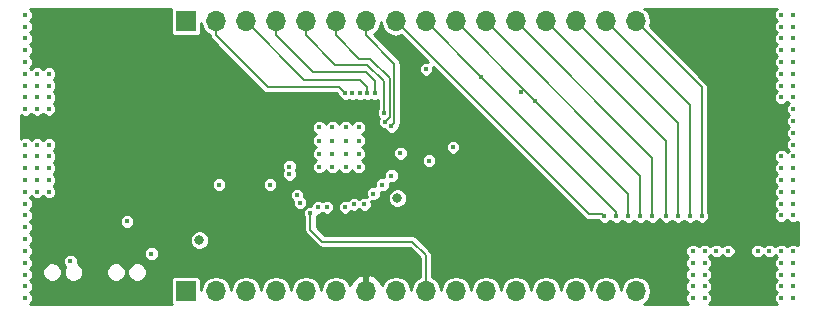
<source format=gbr>
G04 #@! TF.FileFunction,Copper,L3,Inr,Signal*
%FSLAX46Y46*%
G04 Gerber Fmt 4.6, Leading zero omitted, Abs format (unit mm)*
G04 Created by KiCad (PCBNEW 4.0.5) date 02/16/17 10:34:01*
%MOMM*%
%LPD*%
G01*
G04 APERTURE LIST*
%ADD10C,0.100000*%
%ADD11C,0.400000*%
%ADD12R,1.700000X1.700000*%
%ADD13O,1.700000X1.700000*%
%ADD14C,0.800000*%
%ADD15C,0.200000*%
%ADD16C,0.254000*%
G04 APERTURE END LIST*
D10*
D11*
X87500000Y-85000000D03*
X87500000Y-86000000D03*
X87500000Y-99000000D03*
X87500000Y-100000000D03*
X151500000Y-98000000D03*
X152500000Y-99000000D03*
X152500000Y-98000000D03*
X152500000Y-97000000D03*
X149500000Y-102000000D03*
X151500000Y-102000000D03*
X151500000Y-104000000D03*
X150500000Y-102000000D03*
X87500000Y-98000000D03*
X89500000Y-97000000D03*
X88500000Y-87000000D03*
X87500000Y-87000000D03*
X88500000Y-88000000D03*
X89500000Y-88000000D03*
X88500000Y-96000000D03*
X89500000Y-96000000D03*
X144000000Y-103000000D03*
X145000000Y-106000000D03*
X144000000Y-106000000D03*
X147000000Y-102000000D03*
X152500000Y-102000000D03*
X146000000Y-102000000D03*
X145000000Y-104000000D03*
X151500000Y-105000000D03*
X88500000Y-97000000D03*
X87500000Y-97000000D03*
X87500000Y-88000000D03*
X89500000Y-87000000D03*
X152500000Y-105000000D03*
X145000000Y-103000000D03*
X145000000Y-105000000D03*
X151500000Y-106000000D03*
X144000000Y-105000000D03*
X144000000Y-104000000D03*
X152500000Y-103000000D03*
X152500000Y-104000000D03*
X144000000Y-102000000D03*
X152500000Y-106000000D03*
X151500000Y-97000000D03*
X151500000Y-96000000D03*
X145000000Y-102000000D03*
X151500000Y-103000000D03*
X151500000Y-99000000D03*
X88500000Y-90000000D03*
X89500000Y-90000000D03*
X88500000Y-94000000D03*
X89500000Y-94000000D03*
X87500000Y-103000000D03*
X87500000Y-104000000D03*
X87500000Y-102000000D03*
X87500000Y-101000000D03*
X87500000Y-94000000D03*
X89500000Y-93000000D03*
X88500000Y-93000000D03*
X87500000Y-93000000D03*
X89500000Y-89000000D03*
X87500000Y-90000000D03*
X87500000Y-95000000D03*
X88500000Y-95000000D03*
X87500000Y-105000000D03*
X87500000Y-106000000D03*
X87500000Y-96000000D03*
X89500000Y-95000000D03*
X88500000Y-89000000D03*
X87500000Y-89000000D03*
X152500000Y-89000000D03*
X151500000Y-89000000D03*
X152500000Y-86000000D03*
X151500000Y-86000000D03*
X151500000Y-82000000D03*
X152500000Y-82000000D03*
X152500000Y-84000000D03*
X151500000Y-85000000D03*
X152500000Y-85000000D03*
X151500000Y-87000000D03*
X152500000Y-83000000D03*
X151500000Y-83000000D03*
X151500000Y-88000000D03*
X152500000Y-88000000D03*
X152500000Y-90000000D03*
X152500000Y-87000000D03*
X151500000Y-84000000D03*
X152500000Y-93000000D03*
X151500000Y-94000000D03*
X152500000Y-94000000D03*
X152500000Y-92000000D03*
X152500000Y-91000000D03*
X152500000Y-95000000D03*
X151500000Y-95000000D03*
X87500000Y-84000000D03*
X152500000Y-96000000D03*
X87500000Y-83000000D03*
D12*
X101092000Y-82550000D03*
D13*
X103632000Y-82550000D03*
X106172000Y-82550000D03*
X108712000Y-82550000D03*
X111252000Y-82550000D03*
X113792000Y-82550000D03*
X116332000Y-82550000D03*
X118872000Y-82550000D03*
X121412000Y-82550000D03*
X123952000Y-82550000D03*
X126492000Y-82550000D03*
X129032000Y-82550000D03*
X131572000Y-82550000D03*
X134112000Y-82550000D03*
X136652000Y-82550000D03*
X139192000Y-82550000D03*
D12*
X101092000Y-105410000D03*
D13*
X103632000Y-105410000D03*
X106172000Y-105410000D03*
X108712000Y-105410000D03*
X111252000Y-105410000D03*
X113792000Y-105410000D03*
X116332000Y-105410000D03*
X118872000Y-105410000D03*
X121412000Y-105410000D03*
X123952000Y-105410000D03*
X126492000Y-105410000D03*
X129032000Y-105410000D03*
X131572000Y-105410000D03*
X134112000Y-105410000D03*
X136652000Y-105410000D03*
X139192000Y-105410000D03*
D11*
X87500000Y-82000000D03*
X115714750Y-94886750D03*
X114602250Y-94886750D03*
X113489750Y-94886750D03*
X112377250Y-94886750D03*
X115714750Y-93774250D03*
X114602250Y-93774250D03*
X113489750Y-93774250D03*
X112377250Y-93774250D03*
X115714750Y-92661750D03*
X114602250Y-92661750D03*
X113489750Y-92661750D03*
X112377250Y-92661750D03*
X115714750Y-91549250D03*
X114602250Y-91549250D03*
X113489750Y-91549250D03*
X112377250Y-91549250D03*
X111633000Y-98806000D03*
X119380000Y-86614000D03*
X97663000Y-95250000D03*
X95885000Y-95250000D03*
X94107000Y-95250000D03*
X92329000Y-95250000D03*
X99441000Y-86614000D03*
X101600000Y-88900000D03*
X112268000Y-88900000D03*
X113792000Y-88900000D03*
X94260000Y-99500000D03*
X88860000Y-99500000D03*
X91313000Y-102870000D03*
X98171000Y-102235000D03*
X116967000Y-97155000D03*
X96100000Y-99500000D03*
D14*
X118999000Y-97536000D03*
X102235000Y-101092000D03*
D11*
X115824000Y-88646000D03*
X115189000Y-88646000D03*
X109855000Y-94869000D03*
X109855000Y-95504000D03*
X103886000Y-96393000D03*
X108204000Y-96393000D03*
X110490000Y-97282000D03*
X144780000Y-99060000D03*
X110744000Y-97917000D03*
X143764000Y-99060000D03*
X112268000Y-98298000D03*
X142748000Y-99060000D03*
X113030000Y-98298000D03*
X141732000Y-99060000D03*
X114554000Y-98298000D03*
X140589000Y-99060000D03*
X115316000Y-98044000D03*
X139573000Y-99060000D03*
X116205000Y-98044000D03*
X119253000Y-93726000D03*
X123698000Y-93218000D03*
X121412000Y-86614000D03*
X116459000Y-88646000D03*
X114554000Y-88646000D03*
X129421705Y-88585405D03*
X117094000Y-88646000D03*
X117856000Y-90297000D03*
X117983000Y-91059000D03*
X118491000Y-91440000D03*
X136525000Y-99060000D03*
X121666000Y-94361000D03*
X126111000Y-87249000D03*
X137541000Y-99060000D03*
X118491000Y-95631000D03*
X117729000Y-96393000D03*
X130683000Y-89281000D03*
X138557000Y-99060000D03*
D15*
X112649000Y-101219000D02*
X111633000Y-100203000D01*
X111633000Y-100203000D02*
X111633000Y-98806000D01*
X120269000Y-101219000D02*
X112649000Y-101219000D01*
X121412000Y-102362000D02*
X120269000Y-101219000D01*
X121412000Y-105410000D02*
X121412000Y-102362000D01*
X108712000Y-105410000D02*
X108712000Y-104775000D01*
X144780000Y-99060000D02*
X144780000Y-88138000D01*
X144780000Y-88138000D02*
X139192000Y-82550000D01*
X143764000Y-99060000D02*
X143764000Y-89662000D01*
X143764000Y-89662000D02*
X136652000Y-82550000D01*
X142748000Y-99060000D02*
X142748000Y-91186000D01*
X142748000Y-91186000D02*
X134112000Y-82550000D01*
X141732000Y-99060000D02*
X141732000Y-92710000D01*
X141732000Y-92710000D02*
X131572000Y-82550000D01*
X140589000Y-99060000D02*
X140589000Y-94107000D01*
X140589000Y-94107000D02*
X129032000Y-82550000D01*
X139573000Y-99060000D02*
X139573000Y-95631000D01*
X139573000Y-95631000D02*
X126492000Y-82550000D01*
X115824000Y-87503000D02*
X116459000Y-88138000D01*
X116459000Y-88138000D02*
X116459000Y-88646000D01*
X111125000Y-87503000D02*
X115824000Y-87503000D01*
X106172000Y-82550000D02*
X111125000Y-87503000D01*
X108017919Y-88138000D02*
X114046000Y-88138000D01*
X114046000Y-88138000D02*
X114554000Y-88646000D01*
X103632000Y-82550000D02*
X103632000Y-83752081D01*
X103632000Y-83752081D02*
X108017919Y-88138000D01*
X116332000Y-86868000D02*
X117094000Y-87630000D01*
X117094000Y-87630000D02*
X117094000Y-88646000D01*
X111827919Y-86868000D02*
X116332000Y-86868000D01*
X108712000Y-82550000D02*
X108712000Y-83752081D01*
X108712000Y-83752081D02*
X111827919Y-86868000D01*
X116459000Y-86233000D02*
X117856000Y-87630000D01*
X117856000Y-87630000D02*
X117856000Y-90297000D01*
X113732919Y-86233000D02*
X116459000Y-86233000D01*
X111252000Y-82550000D02*
X111252000Y-83752081D01*
X111252000Y-83752081D02*
X113732919Y-86233000D01*
X118364000Y-87376000D02*
X118364000Y-90678000D01*
X118364000Y-90678000D02*
X117983000Y-91059000D01*
X116713000Y-85725000D02*
X118364000Y-87376000D01*
X115764919Y-85725000D02*
X116713000Y-85725000D01*
X113792000Y-82550000D02*
X113792000Y-83752081D01*
X113792000Y-83752081D02*
X115764919Y-85725000D01*
X118745000Y-86165081D02*
X118745000Y-91186000D01*
X118745000Y-91186000D02*
X118491000Y-91440000D01*
X116332000Y-82550000D02*
X116332000Y-83752081D01*
X116332000Y-83752081D02*
X118745000Y-86165081D01*
X136525000Y-99060000D02*
X136325001Y-98860001D01*
X136325001Y-98860001D02*
X135182001Y-98860001D01*
X135182001Y-98860001D02*
X119721999Y-83399999D01*
X119721999Y-83399999D02*
X118872000Y-82550000D01*
X137541000Y-98679000D02*
X126111000Y-87249000D01*
X126111000Y-87249000D02*
X121412000Y-82550000D01*
X137541000Y-99060000D02*
X137541000Y-98679000D01*
X138557000Y-97155000D02*
X130683000Y-89281000D01*
X130683000Y-89281000D02*
X123952000Y-82550000D01*
X138557000Y-99060000D02*
X138557000Y-97155000D01*
D16*
G36*
X99840936Y-81530619D02*
X99806635Y-81700000D01*
X99806635Y-83400000D01*
X99836409Y-83558237D01*
X99929927Y-83703567D01*
X100072619Y-83801064D01*
X100242000Y-83835365D01*
X101942000Y-83835365D01*
X102100237Y-83805591D01*
X102245567Y-83712073D01*
X102343064Y-83569381D01*
X102377365Y-83400000D01*
X102377365Y-82687454D01*
X102452206Y-83063705D01*
X102729025Y-83477993D01*
X103105000Y-83729212D01*
X103105000Y-83752081D01*
X103145115Y-83953756D01*
X103259355Y-84124726D01*
X107645274Y-88510645D01*
X107816244Y-88624885D01*
X108017919Y-88665000D01*
X113827710Y-88665000D01*
X113926896Y-88764187D01*
X113926891Y-88770171D01*
X114022145Y-89000703D01*
X114198369Y-89177235D01*
X114428735Y-89272891D01*
X114678171Y-89273109D01*
X114871692Y-89193148D01*
X115063735Y-89272891D01*
X115313171Y-89273109D01*
X115506692Y-89193148D01*
X115698735Y-89272891D01*
X115948171Y-89273109D01*
X116141692Y-89193148D01*
X116333735Y-89272891D01*
X116583171Y-89273109D01*
X116776692Y-89193148D01*
X116968735Y-89272891D01*
X117218171Y-89273109D01*
X117329000Y-89227315D01*
X117329000Y-89937141D01*
X117324765Y-89941369D01*
X117229109Y-90171735D01*
X117228891Y-90421171D01*
X117324145Y-90651703D01*
X117429426Y-90757168D01*
X117356109Y-90933735D01*
X117355891Y-91183171D01*
X117451145Y-91413703D01*
X117627369Y-91590235D01*
X117857735Y-91685891D01*
X117914205Y-91685940D01*
X117959145Y-91794703D01*
X118135369Y-91971235D01*
X118365735Y-92066891D01*
X118615171Y-92067109D01*
X118845703Y-91971855D01*
X119022235Y-91795631D01*
X119117891Y-91565265D01*
X119117897Y-91558268D01*
X119231885Y-91387675D01*
X119238540Y-91354215D01*
X119272000Y-91186000D01*
X119272000Y-86165081D01*
X119231885Y-85963407D01*
X119231885Y-85963406D01*
X119117645Y-85792435D01*
X116976146Y-83650937D01*
X117234975Y-83477993D01*
X117511794Y-83063705D01*
X117602000Y-82610209D01*
X117692206Y-83063705D01*
X117969025Y-83477993D01*
X118383313Y-83754812D01*
X118872000Y-83852018D01*
X119336361Y-83759651D01*
X119349354Y-83772644D01*
X121582674Y-86005965D01*
X121537265Y-85987109D01*
X121287829Y-85986891D01*
X121057297Y-86082145D01*
X120880765Y-86258369D01*
X120785109Y-86488735D01*
X120784891Y-86738171D01*
X120880145Y-86968703D01*
X121056369Y-87145235D01*
X121286735Y-87240891D01*
X121536171Y-87241109D01*
X121766703Y-87145855D01*
X121943235Y-86969631D01*
X122038891Y-86739265D01*
X122039109Y-86489829D01*
X122019795Y-86443085D01*
X134809356Y-99232647D01*
X134980327Y-99346886D01*
X135182001Y-99387001D01*
X135981699Y-99387001D01*
X135993145Y-99414703D01*
X136169369Y-99591235D01*
X136399735Y-99686891D01*
X136649171Y-99687109D01*
X136879703Y-99591855D01*
X137033113Y-99438713D01*
X137185369Y-99591235D01*
X137415735Y-99686891D01*
X137665171Y-99687109D01*
X137895703Y-99591855D01*
X138049113Y-99438713D01*
X138201369Y-99591235D01*
X138431735Y-99686891D01*
X138681171Y-99687109D01*
X138911703Y-99591855D01*
X139065113Y-99438713D01*
X139217369Y-99591235D01*
X139447735Y-99686891D01*
X139697171Y-99687109D01*
X139927703Y-99591855D01*
X140081113Y-99438713D01*
X140233369Y-99591235D01*
X140463735Y-99686891D01*
X140713171Y-99687109D01*
X140943703Y-99591855D01*
X141120235Y-99415631D01*
X141160481Y-99318708D01*
X141200145Y-99414703D01*
X141376369Y-99591235D01*
X141606735Y-99686891D01*
X141856171Y-99687109D01*
X142086703Y-99591855D01*
X142240113Y-99438713D01*
X142392369Y-99591235D01*
X142622735Y-99686891D01*
X142872171Y-99687109D01*
X143102703Y-99591855D01*
X143256113Y-99438713D01*
X143408369Y-99591235D01*
X143638735Y-99686891D01*
X143888171Y-99687109D01*
X144118703Y-99591855D01*
X144272113Y-99438713D01*
X144424369Y-99591235D01*
X144654735Y-99686891D01*
X144904171Y-99687109D01*
X145134703Y-99591855D01*
X145311235Y-99415631D01*
X145406891Y-99185265D01*
X145407109Y-98935829D01*
X145311855Y-98705297D01*
X145307000Y-98700434D01*
X145307000Y-88138000D01*
X145266885Y-87936326D01*
X145196959Y-87831675D01*
X145152645Y-87765354D01*
X140384934Y-82997644D01*
X140469000Y-82575018D01*
X140469000Y-82524982D01*
X140371794Y-82036295D01*
X140094975Y-81622007D01*
X139915372Y-81502000D01*
X151111383Y-81502000D01*
X150968765Y-81644369D01*
X150873109Y-81874735D01*
X150872891Y-82124171D01*
X150968145Y-82354703D01*
X151113287Y-82500099D01*
X150968765Y-82644369D01*
X150873109Y-82874735D01*
X150872891Y-83124171D01*
X150968145Y-83354703D01*
X151113287Y-83500099D01*
X150968765Y-83644369D01*
X150873109Y-83874735D01*
X150872891Y-84124171D01*
X150968145Y-84354703D01*
X151113287Y-84500099D01*
X150968765Y-84644369D01*
X150873109Y-84874735D01*
X150872891Y-85124171D01*
X150968145Y-85354703D01*
X151113287Y-85500099D01*
X150968765Y-85644369D01*
X150873109Y-85874735D01*
X150872891Y-86124171D01*
X150968145Y-86354703D01*
X151113287Y-86500099D01*
X150968765Y-86644369D01*
X150873109Y-86874735D01*
X150872891Y-87124171D01*
X150968145Y-87354703D01*
X151113287Y-87500099D01*
X150968765Y-87644369D01*
X150873109Y-87874735D01*
X150872891Y-88124171D01*
X150968145Y-88354703D01*
X151113287Y-88500099D01*
X150968765Y-88644369D01*
X150873109Y-88874735D01*
X150872891Y-89124171D01*
X150968145Y-89354703D01*
X151144369Y-89531235D01*
X151374735Y-89626891D01*
X151624171Y-89627109D01*
X151854703Y-89531855D01*
X152000099Y-89386713D01*
X152113287Y-89500099D01*
X151968765Y-89644369D01*
X151873109Y-89874735D01*
X151872891Y-90124171D01*
X151968145Y-90354703D01*
X152113287Y-90500099D01*
X151968765Y-90644369D01*
X151873109Y-90874735D01*
X151872891Y-91124171D01*
X151968145Y-91354703D01*
X152113287Y-91500099D01*
X151968765Y-91644369D01*
X151873109Y-91874735D01*
X151872891Y-92124171D01*
X151968145Y-92354703D01*
X152113287Y-92500099D01*
X151968765Y-92644369D01*
X151873109Y-92874735D01*
X151872891Y-93124171D01*
X151968145Y-93354703D01*
X152113287Y-93500099D01*
X151999901Y-93613287D01*
X151855631Y-93468765D01*
X151625265Y-93373109D01*
X151375829Y-93372891D01*
X151145297Y-93468145D01*
X150968765Y-93644369D01*
X150873109Y-93874735D01*
X150872891Y-94124171D01*
X150968145Y-94354703D01*
X151113287Y-94500099D01*
X150968765Y-94644369D01*
X150873109Y-94874735D01*
X150872891Y-95124171D01*
X150968145Y-95354703D01*
X151113287Y-95500099D01*
X150968765Y-95644369D01*
X150873109Y-95874735D01*
X150872891Y-96124171D01*
X150968145Y-96354703D01*
X151113287Y-96500099D01*
X150968765Y-96644369D01*
X150873109Y-96874735D01*
X150872891Y-97124171D01*
X150968145Y-97354703D01*
X151113287Y-97500099D01*
X150968765Y-97644369D01*
X150873109Y-97874735D01*
X150872891Y-98124171D01*
X150968145Y-98354703D01*
X151113287Y-98500099D01*
X150968765Y-98644369D01*
X150873109Y-98874735D01*
X150872891Y-99124171D01*
X150968145Y-99354703D01*
X151144369Y-99531235D01*
X151374735Y-99626891D01*
X151624171Y-99627109D01*
X151854703Y-99531855D01*
X152000099Y-99386713D01*
X152144369Y-99531235D01*
X152374735Y-99626891D01*
X152624171Y-99627109D01*
X152854703Y-99531855D01*
X152873000Y-99513590D01*
X152873000Y-101486164D01*
X152855631Y-101468765D01*
X152625265Y-101373109D01*
X152375829Y-101372891D01*
X152145297Y-101468145D01*
X151999901Y-101613287D01*
X151855631Y-101468765D01*
X151625265Y-101373109D01*
X151375829Y-101372891D01*
X151145297Y-101468145D01*
X150999901Y-101613287D01*
X150855631Y-101468765D01*
X150625265Y-101373109D01*
X150375829Y-101372891D01*
X150145297Y-101468145D01*
X149999901Y-101613287D01*
X149855631Y-101468765D01*
X149625265Y-101373109D01*
X149375829Y-101372891D01*
X149145297Y-101468145D01*
X148968765Y-101644369D01*
X148873109Y-101874735D01*
X148872891Y-102124171D01*
X148968145Y-102354703D01*
X149144369Y-102531235D01*
X149374735Y-102626891D01*
X149624171Y-102627109D01*
X149854703Y-102531855D01*
X150000099Y-102386713D01*
X150144369Y-102531235D01*
X150374735Y-102626891D01*
X150624171Y-102627109D01*
X150854703Y-102531855D01*
X151000099Y-102386713D01*
X151113287Y-102500099D01*
X150968765Y-102644369D01*
X150873109Y-102874735D01*
X150872891Y-103124171D01*
X150968145Y-103354703D01*
X151113287Y-103500099D01*
X150968765Y-103644369D01*
X150873109Y-103874735D01*
X150872891Y-104124171D01*
X150968145Y-104354703D01*
X151113287Y-104500099D01*
X150968765Y-104644369D01*
X150873109Y-104874735D01*
X150872891Y-105124171D01*
X150968145Y-105354703D01*
X151113287Y-105500099D01*
X150968765Y-105644369D01*
X150873109Y-105874735D01*
X150872891Y-106124171D01*
X150968145Y-106354703D01*
X151111192Y-106498000D01*
X145388617Y-106498000D01*
X145531235Y-106355631D01*
X145626891Y-106125265D01*
X145627109Y-105875829D01*
X145531855Y-105645297D01*
X145386713Y-105499901D01*
X145531235Y-105355631D01*
X145626891Y-105125265D01*
X145627109Y-104875829D01*
X145531855Y-104645297D01*
X145386713Y-104499901D01*
X145531235Y-104355631D01*
X145626891Y-104125265D01*
X145627109Y-103875829D01*
X145531855Y-103645297D01*
X145386713Y-103499901D01*
X145531235Y-103355631D01*
X145626891Y-103125265D01*
X145627109Y-102875829D01*
X145531855Y-102645297D01*
X145386713Y-102499901D01*
X145500099Y-102386713D01*
X145644369Y-102531235D01*
X145874735Y-102626891D01*
X146124171Y-102627109D01*
X146354703Y-102531855D01*
X146500099Y-102386713D01*
X146644369Y-102531235D01*
X146874735Y-102626891D01*
X147124171Y-102627109D01*
X147354703Y-102531855D01*
X147531235Y-102355631D01*
X147626891Y-102125265D01*
X147627109Y-101875829D01*
X147531855Y-101645297D01*
X147355631Y-101468765D01*
X147125265Y-101373109D01*
X146875829Y-101372891D01*
X146645297Y-101468145D01*
X146499901Y-101613287D01*
X146355631Y-101468765D01*
X146125265Y-101373109D01*
X145875829Y-101372891D01*
X145645297Y-101468145D01*
X145499901Y-101613287D01*
X145355631Y-101468765D01*
X145125265Y-101373109D01*
X144875829Y-101372891D01*
X144645297Y-101468145D01*
X144499901Y-101613287D01*
X144355631Y-101468765D01*
X144125265Y-101373109D01*
X143875829Y-101372891D01*
X143645297Y-101468145D01*
X143468765Y-101644369D01*
X143373109Y-101874735D01*
X143372891Y-102124171D01*
X143468145Y-102354703D01*
X143613287Y-102500099D01*
X143468765Y-102644369D01*
X143373109Y-102874735D01*
X143372891Y-103124171D01*
X143468145Y-103354703D01*
X143613287Y-103500099D01*
X143468765Y-103644369D01*
X143373109Y-103874735D01*
X143372891Y-104124171D01*
X143468145Y-104354703D01*
X143613287Y-104500099D01*
X143468765Y-104644369D01*
X143373109Y-104874735D01*
X143372891Y-105124171D01*
X143468145Y-105354703D01*
X143613287Y-105500099D01*
X143468765Y-105644369D01*
X143373109Y-105874735D01*
X143372891Y-106124171D01*
X143468145Y-106354703D01*
X143611192Y-106498000D01*
X139855508Y-106498000D01*
X140094975Y-106337993D01*
X140371794Y-105923705D01*
X140469000Y-105435018D01*
X140469000Y-105384982D01*
X140371794Y-104896295D01*
X140094975Y-104482007D01*
X139680687Y-104205188D01*
X139192000Y-104107982D01*
X138703313Y-104205188D01*
X138289025Y-104482007D01*
X138012206Y-104896295D01*
X137922000Y-105349791D01*
X137831794Y-104896295D01*
X137554975Y-104482007D01*
X137140687Y-104205188D01*
X136652000Y-104107982D01*
X136163313Y-104205188D01*
X135749025Y-104482007D01*
X135472206Y-104896295D01*
X135382000Y-105349791D01*
X135291794Y-104896295D01*
X135014975Y-104482007D01*
X134600687Y-104205188D01*
X134112000Y-104107982D01*
X133623313Y-104205188D01*
X133209025Y-104482007D01*
X132932206Y-104896295D01*
X132842000Y-105349791D01*
X132751794Y-104896295D01*
X132474975Y-104482007D01*
X132060687Y-104205188D01*
X131572000Y-104107982D01*
X131083313Y-104205188D01*
X130669025Y-104482007D01*
X130392206Y-104896295D01*
X130302000Y-105349791D01*
X130211794Y-104896295D01*
X129934975Y-104482007D01*
X129520687Y-104205188D01*
X129032000Y-104107982D01*
X128543313Y-104205188D01*
X128129025Y-104482007D01*
X127852206Y-104896295D01*
X127762000Y-105349791D01*
X127671794Y-104896295D01*
X127394975Y-104482007D01*
X126980687Y-104205188D01*
X126492000Y-104107982D01*
X126003313Y-104205188D01*
X125589025Y-104482007D01*
X125312206Y-104896295D01*
X125222000Y-105349791D01*
X125131794Y-104896295D01*
X124854975Y-104482007D01*
X124440687Y-104205188D01*
X123952000Y-104107982D01*
X123463313Y-104205188D01*
X123049025Y-104482007D01*
X122772206Y-104896295D01*
X122682000Y-105349791D01*
X122591794Y-104896295D01*
X122314975Y-104482007D01*
X121939000Y-104230788D01*
X121939000Y-102362000D01*
X121898885Y-102160326D01*
X121898885Y-102160325D01*
X121784645Y-101989355D01*
X120641645Y-100846355D01*
X120470675Y-100732115D01*
X120269000Y-100692000D01*
X112867290Y-100692000D01*
X112160000Y-99984710D01*
X112160000Y-99165859D01*
X112164235Y-99161631D01*
X112259891Y-98931265D01*
X112259896Y-98924993D01*
X112392171Y-98925109D01*
X112622703Y-98829855D01*
X112648891Y-98803713D01*
X112674369Y-98829235D01*
X112904735Y-98924891D01*
X113154171Y-98925109D01*
X113384703Y-98829855D01*
X113561235Y-98653631D01*
X113656891Y-98423265D01*
X113656891Y-98422171D01*
X113926891Y-98422171D01*
X114022145Y-98652703D01*
X114198369Y-98829235D01*
X114428735Y-98924891D01*
X114678171Y-98925109D01*
X114908703Y-98829855D01*
X115085235Y-98653631D01*
X115094637Y-98630988D01*
X115190735Y-98670891D01*
X115440171Y-98671109D01*
X115670703Y-98575855D01*
X115760502Y-98486213D01*
X115849369Y-98575235D01*
X116079735Y-98670891D01*
X116329171Y-98671109D01*
X116559703Y-98575855D01*
X116736235Y-98399631D01*
X116831891Y-98169265D01*
X116832109Y-97919829D01*
X116761317Y-97748498D01*
X116841735Y-97781891D01*
X117091171Y-97782109D01*
X117290424Y-97699779D01*
X118171857Y-97699779D01*
X118297495Y-98003846D01*
X118529930Y-98236688D01*
X118833778Y-98362856D01*
X119162779Y-98363143D01*
X119466846Y-98237505D01*
X119699688Y-98005070D01*
X119825856Y-97701222D01*
X119826143Y-97372221D01*
X119700505Y-97068154D01*
X119468070Y-96835312D01*
X119164222Y-96709144D01*
X118835221Y-96708857D01*
X118531154Y-96834495D01*
X118298312Y-97066930D01*
X118172144Y-97370778D01*
X118171857Y-97699779D01*
X117290424Y-97699779D01*
X117321703Y-97686855D01*
X117498235Y-97510631D01*
X117593891Y-97280265D01*
X117594109Y-97030829D01*
X117586660Y-97012801D01*
X117603735Y-97019891D01*
X117853171Y-97020109D01*
X118083703Y-96924855D01*
X118260235Y-96748631D01*
X118355891Y-96518265D01*
X118356109Y-96268829D01*
X118348660Y-96250801D01*
X118365735Y-96257891D01*
X118615171Y-96258109D01*
X118845703Y-96162855D01*
X119022235Y-95986631D01*
X119117891Y-95756265D01*
X119118109Y-95506829D01*
X119022855Y-95276297D01*
X118846631Y-95099765D01*
X118616265Y-95004109D01*
X118366829Y-95003891D01*
X118136297Y-95099145D01*
X117959765Y-95275369D01*
X117864109Y-95505735D01*
X117863891Y-95755171D01*
X117871340Y-95773199D01*
X117854265Y-95766109D01*
X117604829Y-95765891D01*
X117374297Y-95861145D01*
X117197765Y-96037369D01*
X117102109Y-96267735D01*
X117101891Y-96517171D01*
X117109340Y-96535199D01*
X117092265Y-96528109D01*
X116842829Y-96527891D01*
X116612297Y-96623145D01*
X116435765Y-96799369D01*
X116340109Y-97029735D01*
X116339891Y-97279171D01*
X116410683Y-97450502D01*
X116330265Y-97417109D01*
X116080829Y-97416891D01*
X115850297Y-97512145D01*
X115760498Y-97601787D01*
X115671631Y-97512765D01*
X115441265Y-97417109D01*
X115191829Y-97416891D01*
X114961297Y-97512145D01*
X114784765Y-97688369D01*
X114775363Y-97711012D01*
X114679265Y-97671109D01*
X114429829Y-97670891D01*
X114199297Y-97766145D01*
X114022765Y-97942369D01*
X113927109Y-98172735D01*
X113926891Y-98422171D01*
X113656891Y-98422171D01*
X113657109Y-98173829D01*
X113561855Y-97943297D01*
X113385631Y-97766765D01*
X113155265Y-97671109D01*
X112905829Y-97670891D01*
X112675297Y-97766145D01*
X112649109Y-97792287D01*
X112623631Y-97766765D01*
X112393265Y-97671109D01*
X112143829Y-97670891D01*
X111913297Y-97766145D01*
X111736765Y-97942369D01*
X111641109Y-98172735D01*
X111641104Y-98179007D01*
X111508829Y-98178891D01*
X111278297Y-98274145D01*
X111101765Y-98450369D01*
X111006109Y-98680735D01*
X111005891Y-98930171D01*
X111101145Y-99160703D01*
X111106000Y-99165566D01*
X111106000Y-100203000D01*
X111146115Y-100404675D01*
X111260355Y-100575645D01*
X112276355Y-101591645D01*
X112447325Y-101705885D01*
X112649000Y-101746000D01*
X120050710Y-101746000D01*
X120885000Y-102580290D01*
X120885000Y-104230788D01*
X120509025Y-104482007D01*
X120232206Y-104896295D01*
X120142000Y-105349791D01*
X120051794Y-104896295D01*
X119774975Y-104482007D01*
X119360687Y-104205188D01*
X118872000Y-104107982D01*
X118383313Y-104205188D01*
X117969025Y-104482007D01*
X117696691Y-104889583D01*
X117527183Y-104528642D01*
X117098924Y-104138355D01*
X116688890Y-103968524D01*
X116459000Y-104089845D01*
X116459000Y-105283000D01*
X116479000Y-105283000D01*
X116479000Y-105537000D01*
X116459000Y-105537000D01*
X116459000Y-105557000D01*
X116205000Y-105557000D01*
X116205000Y-105537000D01*
X116185000Y-105537000D01*
X116185000Y-105283000D01*
X116205000Y-105283000D01*
X116205000Y-104089845D01*
X115975110Y-103968524D01*
X115565076Y-104138355D01*
X115136817Y-104528642D01*
X114967309Y-104889583D01*
X114694975Y-104482007D01*
X114280687Y-104205188D01*
X113792000Y-104107982D01*
X113303313Y-104205188D01*
X112889025Y-104482007D01*
X112612206Y-104896295D01*
X112522000Y-105349791D01*
X112431794Y-104896295D01*
X112154975Y-104482007D01*
X111740687Y-104205188D01*
X111252000Y-104107982D01*
X110763313Y-104205188D01*
X110349025Y-104482007D01*
X110072206Y-104896295D01*
X109982000Y-105349791D01*
X109891794Y-104896295D01*
X109614975Y-104482007D01*
X109200687Y-104205188D01*
X108712000Y-104107982D01*
X108223313Y-104205188D01*
X107809025Y-104482007D01*
X107532206Y-104896295D01*
X107442000Y-105349791D01*
X107351794Y-104896295D01*
X107074975Y-104482007D01*
X106660687Y-104205188D01*
X106172000Y-104107982D01*
X105683313Y-104205188D01*
X105269025Y-104482007D01*
X104992206Y-104896295D01*
X104902000Y-105349791D01*
X104811794Y-104896295D01*
X104534975Y-104482007D01*
X104120687Y-104205188D01*
X103632000Y-104107982D01*
X103143313Y-104205188D01*
X102729025Y-104482007D01*
X102452206Y-104896295D01*
X102377365Y-105272546D01*
X102377365Y-104560000D01*
X102347591Y-104401763D01*
X102254073Y-104256433D01*
X102111381Y-104158936D01*
X101942000Y-104124635D01*
X100242000Y-104124635D01*
X100083763Y-104154409D01*
X99938433Y-104247927D01*
X99840936Y-104390619D01*
X99806635Y-104560000D01*
X99806635Y-106260000D01*
X99836409Y-106418237D01*
X99887735Y-106498000D01*
X87888617Y-106498000D01*
X88031235Y-106355631D01*
X88126891Y-106125265D01*
X88127109Y-105875829D01*
X88031855Y-105645297D01*
X87886713Y-105499901D01*
X88031235Y-105355631D01*
X88126891Y-105125265D01*
X88127109Y-104875829D01*
X88031855Y-104645297D01*
X87886713Y-104499901D01*
X88031235Y-104355631D01*
X88126891Y-104125265D01*
X88127036Y-103958279D01*
X88933357Y-103958279D01*
X89058995Y-104262346D01*
X89291430Y-104495188D01*
X89595278Y-104621356D01*
X89924279Y-104621643D01*
X90228346Y-104496005D01*
X90461188Y-104263570D01*
X90587356Y-103959722D01*
X90587643Y-103630721D01*
X90462005Y-103326654D01*
X90229570Y-103093812D01*
X89989607Y-102994171D01*
X90685891Y-102994171D01*
X90781145Y-103224703D01*
X90870773Y-103314488D01*
X90859812Y-103325430D01*
X90733644Y-103629278D01*
X90733357Y-103958279D01*
X90858995Y-104262346D01*
X91091430Y-104495188D01*
X91395278Y-104621356D01*
X91724279Y-104621643D01*
X92028346Y-104496005D01*
X92261188Y-104263570D01*
X92387332Y-103959779D01*
X94330857Y-103959779D01*
X94456495Y-104263846D01*
X94688930Y-104496688D01*
X94992778Y-104622856D01*
X95321779Y-104623143D01*
X95625846Y-104497505D01*
X95858688Y-104265070D01*
X95984856Y-103961222D01*
X95984857Y-103959779D01*
X96130857Y-103959779D01*
X96256495Y-104263846D01*
X96488930Y-104496688D01*
X96792778Y-104622856D01*
X97121779Y-104623143D01*
X97425846Y-104497505D01*
X97658688Y-104265070D01*
X97784856Y-103961222D01*
X97785143Y-103632221D01*
X97659505Y-103328154D01*
X97427070Y-103095312D01*
X97123222Y-102969144D01*
X96794221Y-102968857D01*
X96490154Y-103094495D01*
X96257312Y-103326930D01*
X96131144Y-103630778D01*
X96130857Y-103959779D01*
X95984857Y-103959779D01*
X95985143Y-103632221D01*
X95859505Y-103328154D01*
X95627070Y-103095312D01*
X95323222Y-102969144D01*
X94994221Y-102968857D01*
X94690154Y-103094495D01*
X94457312Y-103326930D01*
X94331144Y-103630778D01*
X94330857Y-103959779D01*
X92387332Y-103959779D01*
X92387356Y-103959722D01*
X92387643Y-103630721D01*
X92262005Y-103326654D01*
X92029570Y-103093812D01*
X91918177Y-103047558D01*
X91939891Y-102995265D01*
X91940109Y-102745829D01*
X91844855Y-102515297D01*
X91689002Y-102359171D01*
X97543891Y-102359171D01*
X97639145Y-102589703D01*
X97815369Y-102766235D01*
X98045735Y-102861891D01*
X98295171Y-102862109D01*
X98525703Y-102766855D01*
X98702235Y-102590631D01*
X98797891Y-102360265D01*
X98798109Y-102110829D01*
X98702855Y-101880297D01*
X98526631Y-101703765D01*
X98296265Y-101608109D01*
X98046829Y-101607891D01*
X97816297Y-101703145D01*
X97639765Y-101879369D01*
X97544109Y-102109735D01*
X97543891Y-102359171D01*
X91689002Y-102359171D01*
X91668631Y-102338765D01*
X91438265Y-102243109D01*
X91188829Y-102242891D01*
X90958297Y-102338145D01*
X90781765Y-102514369D01*
X90686109Y-102744735D01*
X90685891Y-102994171D01*
X89989607Y-102994171D01*
X89925722Y-102967644D01*
X89596721Y-102967357D01*
X89292654Y-103092995D01*
X89059812Y-103325430D01*
X88933644Y-103629278D01*
X88933357Y-103958279D01*
X88127036Y-103958279D01*
X88127109Y-103875829D01*
X88031855Y-103645297D01*
X87886713Y-103499901D01*
X88031235Y-103355631D01*
X88126891Y-103125265D01*
X88127109Y-102875829D01*
X88031855Y-102645297D01*
X87886713Y-102499901D01*
X88031235Y-102355631D01*
X88126891Y-102125265D01*
X88127109Y-101875829D01*
X88031855Y-101645297D01*
X87886713Y-101499901D01*
X88031235Y-101355631D01*
X88072697Y-101255779D01*
X101407857Y-101255779D01*
X101533495Y-101559846D01*
X101765930Y-101792688D01*
X102069778Y-101918856D01*
X102398779Y-101919143D01*
X102702846Y-101793505D01*
X102935688Y-101561070D01*
X103061856Y-101257222D01*
X103062143Y-100928221D01*
X102936505Y-100624154D01*
X102704070Y-100391312D01*
X102400222Y-100265144D01*
X102071221Y-100264857D01*
X101767154Y-100390495D01*
X101534312Y-100622930D01*
X101408144Y-100926778D01*
X101407857Y-101255779D01*
X88072697Y-101255779D01*
X88126891Y-101125265D01*
X88127109Y-100875829D01*
X88031855Y-100645297D01*
X87886713Y-100499901D01*
X88031235Y-100355631D01*
X88126891Y-100125265D01*
X88127109Y-99875829D01*
X88031855Y-99645297D01*
X88010766Y-99624171D01*
X95472891Y-99624171D01*
X95568145Y-99854703D01*
X95744369Y-100031235D01*
X95974735Y-100126891D01*
X96224171Y-100127109D01*
X96454703Y-100031855D01*
X96631235Y-99855631D01*
X96726891Y-99625265D01*
X96727109Y-99375829D01*
X96631855Y-99145297D01*
X96455631Y-98968765D01*
X96225265Y-98873109D01*
X95975829Y-98872891D01*
X95745297Y-98968145D01*
X95568765Y-99144369D01*
X95473109Y-99374735D01*
X95472891Y-99624171D01*
X88010766Y-99624171D01*
X87886713Y-99499901D01*
X88031235Y-99355631D01*
X88126891Y-99125265D01*
X88127109Y-98875829D01*
X88031855Y-98645297D01*
X87886713Y-98499901D01*
X88031235Y-98355631D01*
X88126891Y-98125265D01*
X88127109Y-97875829D01*
X88031855Y-97645297D01*
X87886713Y-97499901D01*
X88000099Y-97386713D01*
X88144369Y-97531235D01*
X88374735Y-97626891D01*
X88624171Y-97627109D01*
X88854703Y-97531855D01*
X89000099Y-97386713D01*
X89144369Y-97531235D01*
X89374735Y-97626891D01*
X89624171Y-97627109D01*
X89854703Y-97531855D01*
X89980606Y-97406171D01*
X109862891Y-97406171D01*
X109958145Y-97636703D01*
X110117105Y-97795941D01*
X110116891Y-98041171D01*
X110212145Y-98271703D01*
X110388369Y-98448235D01*
X110618735Y-98543891D01*
X110868171Y-98544109D01*
X111098703Y-98448855D01*
X111275235Y-98272631D01*
X111370891Y-98042265D01*
X111371109Y-97792829D01*
X111275855Y-97562297D01*
X111116895Y-97403059D01*
X111117109Y-97157829D01*
X111021855Y-96927297D01*
X110845631Y-96750765D01*
X110615265Y-96655109D01*
X110365829Y-96654891D01*
X110135297Y-96750145D01*
X109958765Y-96926369D01*
X109863109Y-97156735D01*
X109862891Y-97406171D01*
X89980606Y-97406171D01*
X90031235Y-97355631D01*
X90126891Y-97125265D01*
X90127109Y-96875829D01*
X90031855Y-96645297D01*
X89903953Y-96517171D01*
X103258891Y-96517171D01*
X103354145Y-96747703D01*
X103530369Y-96924235D01*
X103760735Y-97019891D01*
X104010171Y-97020109D01*
X104240703Y-96924855D01*
X104417235Y-96748631D01*
X104512891Y-96518265D01*
X104512891Y-96517171D01*
X107576891Y-96517171D01*
X107672145Y-96747703D01*
X107848369Y-96924235D01*
X108078735Y-97019891D01*
X108328171Y-97020109D01*
X108558703Y-96924855D01*
X108735235Y-96748631D01*
X108830891Y-96518265D01*
X108831109Y-96268829D01*
X108735855Y-96038297D01*
X108559631Y-95861765D01*
X108329265Y-95766109D01*
X108079829Y-95765891D01*
X107849297Y-95861145D01*
X107672765Y-96037369D01*
X107577109Y-96267735D01*
X107576891Y-96517171D01*
X104512891Y-96517171D01*
X104513109Y-96268829D01*
X104417855Y-96038297D01*
X104241631Y-95861765D01*
X104011265Y-95766109D01*
X103761829Y-95765891D01*
X103531297Y-95861145D01*
X103354765Y-96037369D01*
X103259109Y-96267735D01*
X103258891Y-96517171D01*
X89903953Y-96517171D01*
X89886713Y-96499901D01*
X90031235Y-96355631D01*
X90126891Y-96125265D01*
X90127109Y-95875829D01*
X90031855Y-95645297D01*
X89886713Y-95499901D01*
X90031235Y-95355631D01*
X90126891Y-95125265D01*
X90127006Y-94993171D01*
X109227891Y-94993171D01*
X109307852Y-95186692D01*
X109228109Y-95378735D01*
X109227891Y-95628171D01*
X109323145Y-95858703D01*
X109499369Y-96035235D01*
X109729735Y-96130891D01*
X109979171Y-96131109D01*
X110209703Y-96035855D01*
X110386235Y-95859631D01*
X110481891Y-95629265D01*
X110482109Y-95379829D01*
X110402148Y-95186308D01*
X110481891Y-94994265D01*
X110482109Y-94744829D01*
X110386855Y-94514297D01*
X110210631Y-94337765D01*
X109980265Y-94242109D01*
X109730829Y-94241891D01*
X109500297Y-94337145D01*
X109323765Y-94513369D01*
X109228109Y-94743735D01*
X109227891Y-94993171D01*
X90127006Y-94993171D01*
X90127109Y-94875829D01*
X90031855Y-94645297D01*
X89886713Y-94499901D01*
X90031235Y-94355631D01*
X90126891Y-94125265D01*
X90127109Y-93875829D01*
X90031855Y-93645297D01*
X89886713Y-93499901D01*
X90031235Y-93355631D01*
X90126891Y-93125265D01*
X90127109Y-92875829D01*
X90031855Y-92645297D01*
X89855631Y-92468765D01*
X89625265Y-92373109D01*
X89375829Y-92372891D01*
X89145297Y-92468145D01*
X88999901Y-92613287D01*
X88855631Y-92468765D01*
X88625265Y-92373109D01*
X88375829Y-92372891D01*
X88145297Y-92468145D01*
X87999901Y-92613287D01*
X87855631Y-92468765D01*
X87625265Y-92373109D01*
X87375829Y-92372891D01*
X87145297Y-92468145D01*
X87127000Y-92486410D01*
X87127000Y-91673421D01*
X111750141Y-91673421D01*
X111845395Y-91903953D01*
X112021619Y-92080485D01*
X112081725Y-92105443D01*
X112022547Y-92129895D01*
X111846015Y-92306119D01*
X111750359Y-92536485D01*
X111750141Y-92785921D01*
X111845395Y-93016453D01*
X112021619Y-93192985D01*
X112081725Y-93217943D01*
X112022547Y-93242395D01*
X111846015Y-93418619D01*
X111750359Y-93648985D01*
X111750141Y-93898421D01*
X111845395Y-94128953D01*
X112021619Y-94305485D01*
X112081725Y-94330443D01*
X112022547Y-94354895D01*
X111846015Y-94531119D01*
X111750359Y-94761485D01*
X111750141Y-95010921D01*
X111845395Y-95241453D01*
X112021619Y-95417985D01*
X112251985Y-95513641D01*
X112501421Y-95513859D01*
X112731953Y-95418605D01*
X112908485Y-95242381D01*
X112933443Y-95182275D01*
X112957895Y-95241453D01*
X113134119Y-95417985D01*
X113364485Y-95513641D01*
X113613921Y-95513859D01*
X113844453Y-95418605D01*
X114020985Y-95242381D01*
X114045943Y-95182275D01*
X114070395Y-95241453D01*
X114246619Y-95417985D01*
X114476985Y-95513641D01*
X114726421Y-95513859D01*
X114956953Y-95418605D01*
X115133485Y-95242381D01*
X115158443Y-95182275D01*
X115182895Y-95241453D01*
X115359119Y-95417985D01*
X115589485Y-95513641D01*
X115838921Y-95513859D01*
X116069453Y-95418605D01*
X116245985Y-95242381D01*
X116341641Y-95012015D01*
X116341859Y-94762579D01*
X116246605Y-94532047D01*
X116199811Y-94485171D01*
X121038891Y-94485171D01*
X121134145Y-94715703D01*
X121310369Y-94892235D01*
X121540735Y-94987891D01*
X121790171Y-94988109D01*
X122020703Y-94892855D01*
X122197235Y-94716631D01*
X122292891Y-94486265D01*
X122293109Y-94236829D01*
X122197855Y-94006297D01*
X122021631Y-93829765D01*
X121791265Y-93734109D01*
X121541829Y-93733891D01*
X121311297Y-93829145D01*
X121134765Y-94005369D01*
X121039109Y-94235735D01*
X121038891Y-94485171D01*
X116199811Y-94485171D01*
X116070381Y-94355515D01*
X116010275Y-94330557D01*
X116069453Y-94306105D01*
X116245985Y-94129881D01*
X116341641Y-93899515D01*
X116341684Y-93850171D01*
X118625891Y-93850171D01*
X118721145Y-94080703D01*
X118897369Y-94257235D01*
X119127735Y-94352891D01*
X119377171Y-94353109D01*
X119607703Y-94257855D01*
X119784235Y-94081631D01*
X119879891Y-93851265D01*
X119880109Y-93601829D01*
X119784855Y-93371297D01*
X119755780Y-93342171D01*
X123070891Y-93342171D01*
X123166145Y-93572703D01*
X123342369Y-93749235D01*
X123572735Y-93844891D01*
X123822171Y-93845109D01*
X124052703Y-93749855D01*
X124229235Y-93573631D01*
X124324891Y-93343265D01*
X124325109Y-93093829D01*
X124229855Y-92863297D01*
X124053631Y-92686765D01*
X123823265Y-92591109D01*
X123573829Y-92590891D01*
X123343297Y-92686145D01*
X123166765Y-92862369D01*
X123071109Y-93092735D01*
X123070891Y-93342171D01*
X119755780Y-93342171D01*
X119608631Y-93194765D01*
X119378265Y-93099109D01*
X119128829Y-93098891D01*
X118898297Y-93194145D01*
X118721765Y-93370369D01*
X118626109Y-93600735D01*
X118625891Y-93850171D01*
X116341684Y-93850171D01*
X116341859Y-93650079D01*
X116246605Y-93419547D01*
X116070381Y-93243015D01*
X116010275Y-93218057D01*
X116069453Y-93193605D01*
X116245985Y-93017381D01*
X116341641Y-92787015D01*
X116341859Y-92537579D01*
X116246605Y-92307047D01*
X116070381Y-92130515D01*
X116010275Y-92105557D01*
X116069453Y-92081105D01*
X116245985Y-91904881D01*
X116341641Y-91674515D01*
X116341859Y-91425079D01*
X116246605Y-91194547D01*
X116070381Y-91018015D01*
X115840015Y-90922359D01*
X115590579Y-90922141D01*
X115360047Y-91017395D01*
X115183515Y-91193619D01*
X115158557Y-91253725D01*
X115134105Y-91194547D01*
X114957881Y-91018015D01*
X114727515Y-90922359D01*
X114478079Y-90922141D01*
X114247547Y-91017395D01*
X114071015Y-91193619D01*
X114046057Y-91253725D01*
X114021605Y-91194547D01*
X113845381Y-91018015D01*
X113615015Y-90922359D01*
X113365579Y-90922141D01*
X113135047Y-91017395D01*
X112958515Y-91193619D01*
X112933557Y-91253725D01*
X112909105Y-91194547D01*
X112732881Y-91018015D01*
X112502515Y-90922359D01*
X112253079Y-90922141D01*
X112022547Y-91017395D01*
X111846015Y-91193619D01*
X111750359Y-91423985D01*
X111750141Y-91673421D01*
X87127000Y-91673421D01*
X87127000Y-90513836D01*
X87144369Y-90531235D01*
X87374735Y-90626891D01*
X87624171Y-90627109D01*
X87854703Y-90531855D01*
X88000099Y-90386713D01*
X88144369Y-90531235D01*
X88374735Y-90626891D01*
X88624171Y-90627109D01*
X88854703Y-90531855D01*
X89000099Y-90386713D01*
X89144369Y-90531235D01*
X89374735Y-90626891D01*
X89624171Y-90627109D01*
X89854703Y-90531855D01*
X90031235Y-90355631D01*
X90126891Y-90125265D01*
X90127109Y-89875829D01*
X90031855Y-89645297D01*
X89886713Y-89499901D01*
X90031235Y-89355631D01*
X90126891Y-89125265D01*
X90127109Y-88875829D01*
X90031855Y-88645297D01*
X89886713Y-88499901D01*
X90031235Y-88355631D01*
X90126891Y-88125265D01*
X90127109Y-87875829D01*
X90031855Y-87645297D01*
X89886713Y-87499901D01*
X90031235Y-87355631D01*
X90126891Y-87125265D01*
X90127109Y-86875829D01*
X90031855Y-86645297D01*
X89855631Y-86468765D01*
X89625265Y-86373109D01*
X89375829Y-86372891D01*
X89145297Y-86468145D01*
X88999901Y-86613287D01*
X88855631Y-86468765D01*
X88625265Y-86373109D01*
X88375829Y-86372891D01*
X88145297Y-86468145D01*
X87999901Y-86613287D01*
X87886713Y-86499901D01*
X88031235Y-86355631D01*
X88126891Y-86125265D01*
X88127109Y-85875829D01*
X88031855Y-85645297D01*
X87886713Y-85499901D01*
X88031235Y-85355631D01*
X88126891Y-85125265D01*
X88127109Y-84875829D01*
X88031855Y-84645297D01*
X87886713Y-84499901D01*
X88031235Y-84355631D01*
X88126891Y-84125265D01*
X88127109Y-83875829D01*
X88031855Y-83645297D01*
X87886713Y-83499901D01*
X88031235Y-83355631D01*
X88126891Y-83125265D01*
X88127109Y-82875829D01*
X88031855Y-82645297D01*
X87886713Y-82499901D01*
X88031235Y-82355631D01*
X88126891Y-82125265D01*
X88127109Y-81875829D01*
X88031855Y-81645297D01*
X87888808Y-81502000D01*
X99860490Y-81502000D01*
X99840936Y-81530619D01*
X99840936Y-81530619D01*
G37*
X99840936Y-81530619D02*
X99806635Y-81700000D01*
X99806635Y-83400000D01*
X99836409Y-83558237D01*
X99929927Y-83703567D01*
X100072619Y-83801064D01*
X100242000Y-83835365D01*
X101942000Y-83835365D01*
X102100237Y-83805591D01*
X102245567Y-83712073D01*
X102343064Y-83569381D01*
X102377365Y-83400000D01*
X102377365Y-82687454D01*
X102452206Y-83063705D01*
X102729025Y-83477993D01*
X103105000Y-83729212D01*
X103105000Y-83752081D01*
X103145115Y-83953756D01*
X103259355Y-84124726D01*
X107645274Y-88510645D01*
X107816244Y-88624885D01*
X108017919Y-88665000D01*
X113827710Y-88665000D01*
X113926896Y-88764187D01*
X113926891Y-88770171D01*
X114022145Y-89000703D01*
X114198369Y-89177235D01*
X114428735Y-89272891D01*
X114678171Y-89273109D01*
X114871692Y-89193148D01*
X115063735Y-89272891D01*
X115313171Y-89273109D01*
X115506692Y-89193148D01*
X115698735Y-89272891D01*
X115948171Y-89273109D01*
X116141692Y-89193148D01*
X116333735Y-89272891D01*
X116583171Y-89273109D01*
X116776692Y-89193148D01*
X116968735Y-89272891D01*
X117218171Y-89273109D01*
X117329000Y-89227315D01*
X117329000Y-89937141D01*
X117324765Y-89941369D01*
X117229109Y-90171735D01*
X117228891Y-90421171D01*
X117324145Y-90651703D01*
X117429426Y-90757168D01*
X117356109Y-90933735D01*
X117355891Y-91183171D01*
X117451145Y-91413703D01*
X117627369Y-91590235D01*
X117857735Y-91685891D01*
X117914205Y-91685940D01*
X117959145Y-91794703D01*
X118135369Y-91971235D01*
X118365735Y-92066891D01*
X118615171Y-92067109D01*
X118845703Y-91971855D01*
X119022235Y-91795631D01*
X119117891Y-91565265D01*
X119117897Y-91558268D01*
X119231885Y-91387675D01*
X119238540Y-91354215D01*
X119272000Y-91186000D01*
X119272000Y-86165081D01*
X119231885Y-85963407D01*
X119231885Y-85963406D01*
X119117645Y-85792435D01*
X116976146Y-83650937D01*
X117234975Y-83477993D01*
X117511794Y-83063705D01*
X117602000Y-82610209D01*
X117692206Y-83063705D01*
X117969025Y-83477993D01*
X118383313Y-83754812D01*
X118872000Y-83852018D01*
X119336361Y-83759651D01*
X119349354Y-83772644D01*
X121582674Y-86005965D01*
X121537265Y-85987109D01*
X121287829Y-85986891D01*
X121057297Y-86082145D01*
X120880765Y-86258369D01*
X120785109Y-86488735D01*
X120784891Y-86738171D01*
X120880145Y-86968703D01*
X121056369Y-87145235D01*
X121286735Y-87240891D01*
X121536171Y-87241109D01*
X121766703Y-87145855D01*
X121943235Y-86969631D01*
X122038891Y-86739265D01*
X122039109Y-86489829D01*
X122019795Y-86443085D01*
X134809356Y-99232647D01*
X134980327Y-99346886D01*
X135182001Y-99387001D01*
X135981699Y-99387001D01*
X135993145Y-99414703D01*
X136169369Y-99591235D01*
X136399735Y-99686891D01*
X136649171Y-99687109D01*
X136879703Y-99591855D01*
X137033113Y-99438713D01*
X137185369Y-99591235D01*
X137415735Y-99686891D01*
X137665171Y-99687109D01*
X137895703Y-99591855D01*
X138049113Y-99438713D01*
X138201369Y-99591235D01*
X138431735Y-99686891D01*
X138681171Y-99687109D01*
X138911703Y-99591855D01*
X139065113Y-99438713D01*
X139217369Y-99591235D01*
X139447735Y-99686891D01*
X139697171Y-99687109D01*
X139927703Y-99591855D01*
X140081113Y-99438713D01*
X140233369Y-99591235D01*
X140463735Y-99686891D01*
X140713171Y-99687109D01*
X140943703Y-99591855D01*
X141120235Y-99415631D01*
X141160481Y-99318708D01*
X141200145Y-99414703D01*
X141376369Y-99591235D01*
X141606735Y-99686891D01*
X141856171Y-99687109D01*
X142086703Y-99591855D01*
X142240113Y-99438713D01*
X142392369Y-99591235D01*
X142622735Y-99686891D01*
X142872171Y-99687109D01*
X143102703Y-99591855D01*
X143256113Y-99438713D01*
X143408369Y-99591235D01*
X143638735Y-99686891D01*
X143888171Y-99687109D01*
X144118703Y-99591855D01*
X144272113Y-99438713D01*
X144424369Y-99591235D01*
X144654735Y-99686891D01*
X144904171Y-99687109D01*
X145134703Y-99591855D01*
X145311235Y-99415631D01*
X145406891Y-99185265D01*
X145407109Y-98935829D01*
X145311855Y-98705297D01*
X145307000Y-98700434D01*
X145307000Y-88138000D01*
X145266885Y-87936326D01*
X145196959Y-87831675D01*
X145152645Y-87765354D01*
X140384934Y-82997644D01*
X140469000Y-82575018D01*
X140469000Y-82524982D01*
X140371794Y-82036295D01*
X140094975Y-81622007D01*
X139915372Y-81502000D01*
X151111383Y-81502000D01*
X150968765Y-81644369D01*
X150873109Y-81874735D01*
X150872891Y-82124171D01*
X150968145Y-82354703D01*
X151113287Y-82500099D01*
X150968765Y-82644369D01*
X150873109Y-82874735D01*
X150872891Y-83124171D01*
X150968145Y-83354703D01*
X151113287Y-83500099D01*
X150968765Y-83644369D01*
X150873109Y-83874735D01*
X150872891Y-84124171D01*
X150968145Y-84354703D01*
X151113287Y-84500099D01*
X150968765Y-84644369D01*
X150873109Y-84874735D01*
X150872891Y-85124171D01*
X150968145Y-85354703D01*
X151113287Y-85500099D01*
X150968765Y-85644369D01*
X150873109Y-85874735D01*
X150872891Y-86124171D01*
X150968145Y-86354703D01*
X151113287Y-86500099D01*
X150968765Y-86644369D01*
X150873109Y-86874735D01*
X150872891Y-87124171D01*
X150968145Y-87354703D01*
X151113287Y-87500099D01*
X150968765Y-87644369D01*
X150873109Y-87874735D01*
X150872891Y-88124171D01*
X150968145Y-88354703D01*
X151113287Y-88500099D01*
X150968765Y-88644369D01*
X150873109Y-88874735D01*
X150872891Y-89124171D01*
X150968145Y-89354703D01*
X151144369Y-89531235D01*
X151374735Y-89626891D01*
X151624171Y-89627109D01*
X151854703Y-89531855D01*
X152000099Y-89386713D01*
X152113287Y-89500099D01*
X151968765Y-89644369D01*
X151873109Y-89874735D01*
X151872891Y-90124171D01*
X151968145Y-90354703D01*
X152113287Y-90500099D01*
X151968765Y-90644369D01*
X151873109Y-90874735D01*
X151872891Y-91124171D01*
X151968145Y-91354703D01*
X152113287Y-91500099D01*
X151968765Y-91644369D01*
X151873109Y-91874735D01*
X151872891Y-92124171D01*
X151968145Y-92354703D01*
X152113287Y-92500099D01*
X151968765Y-92644369D01*
X151873109Y-92874735D01*
X151872891Y-93124171D01*
X151968145Y-93354703D01*
X152113287Y-93500099D01*
X151999901Y-93613287D01*
X151855631Y-93468765D01*
X151625265Y-93373109D01*
X151375829Y-93372891D01*
X151145297Y-93468145D01*
X150968765Y-93644369D01*
X150873109Y-93874735D01*
X150872891Y-94124171D01*
X150968145Y-94354703D01*
X151113287Y-94500099D01*
X150968765Y-94644369D01*
X150873109Y-94874735D01*
X150872891Y-95124171D01*
X150968145Y-95354703D01*
X151113287Y-95500099D01*
X150968765Y-95644369D01*
X150873109Y-95874735D01*
X150872891Y-96124171D01*
X150968145Y-96354703D01*
X151113287Y-96500099D01*
X150968765Y-96644369D01*
X150873109Y-96874735D01*
X150872891Y-97124171D01*
X150968145Y-97354703D01*
X151113287Y-97500099D01*
X150968765Y-97644369D01*
X150873109Y-97874735D01*
X150872891Y-98124171D01*
X150968145Y-98354703D01*
X151113287Y-98500099D01*
X150968765Y-98644369D01*
X150873109Y-98874735D01*
X150872891Y-99124171D01*
X150968145Y-99354703D01*
X151144369Y-99531235D01*
X151374735Y-99626891D01*
X151624171Y-99627109D01*
X151854703Y-99531855D01*
X152000099Y-99386713D01*
X152144369Y-99531235D01*
X152374735Y-99626891D01*
X152624171Y-99627109D01*
X152854703Y-99531855D01*
X152873000Y-99513590D01*
X152873000Y-101486164D01*
X152855631Y-101468765D01*
X152625265Y-101373109D01*
X152375829Y-101372891D01*
X152145297Y-101468145D01*
X151999901Y-101613287D01*
X151855631Y-101468765D01*
X151625265Y-101373109D01*
X151375829Y-101372891D01*
X151145297Y-101468145D01*
X150999901Y-101613287D01*
X150855631Y-101468765D01*
X150625265Y-101373109D01*
X150375829Y-101372891D01*
X150145297Y-101468145D01*
X149999901Y-101613287D01*
X149855631Y-101468765D01*
X149625265Y-101373109D01*
X149375829Y-101372891D01*
X149145297Y-101468145D01*
X148968765Y-101644369D01*
X148873109Y-101874735D01*
X148872891Y-102124171D01*
X148968145Y-102354703D01*
X149144369Y-102531235D01*
X149374735Y-102626891D01*
X149624171Y-102627109D01*
X149854703Y-102531855D01*
X150000099Y-102386713D01*
X150144369Y-102531235D01*
X150374735Y-102626891D01*
X150624171Y-102627109D01*
X150854703Y-102531855D01*
X151000099Y-102386713D01*
X151113287Y-102500099D01*
X150968765Y-102644369D01*
X150873109Y-102874735D01*
X150872891Y-103124171D01*
X150968145Y-103354703D01*
X151113287Y-103500099D01*
X150968765Y-103644369D01*
X150873109Y-103874735D01*
X150872891Y-104124171D01*
X150968145Y-104354703D01*
X151113287Y-104500099D01*
X150968765Y-104644369D01*
X150873109Y-104874735D01*
X150872891Y-105124171D01*
X150968145Y-105354703D01*
X151113287Y-105500099D01*
X150968765Y-105644369D01*
X150873109Y-105874735D01*
X150872891Y-106124171D01*
X150968145Y-106354703D01*
X151111192Y-106498000D01*
X145388617Y-106498000D01*
X145531235Y-106355631D01*
X145626891Y-106125265D01*
X145627109Y-105875829D01*
X145531855Y-105645297D01*
X145386713Y-105499901D01*
X145531235Y-105355631D01*
X145626891Y-105125265D01*
X145627109Y-104875829D01*
X145531855Y-104645297D01*
X145386713Y-104499901D01*
X145531235Y-104355631D01*
X145626891Y-104125265D01*
X145627109Y-103875829D01*
X145531855Y-103645297D01*
X145386713Y-103499901D01*
X145531235Y-103355631D01*
X145626891Y-103125265D01*
X145627109Y-102875829D01*
X145531855Y-102645297D01*
X145386713Y-102499901D01*
X145500099Y-102386713D01*
X145644369Y-102531235D01*
X145874735Y-102626891D01*
X146124171Y-102627109D01*
X146354703Y-102531855D01*
X146500099Y-102386713D01*
X146644369Y-102531235D01*
X146874735Y-102626891D01*
X147124171Y-102627109D01*
X147354703Y-102531855D01*
X147531235Y-102355631D01*
X147626891Y-102125265D01*
X147627109Y-101875829D01*
X147531855Y-101645297D01*
X147355631Y-101468765D01*
X147125265Y-101373109D01*
X146875829Y-101372891D01*
X146645297Y-101468145D01*
X146499901Y-101613287D01*
X146355631Y-101468765D01*
X146125265Y-101373109D01*
X145875829Y-101372891D01*
X145645297Y-101468145D01*
X145499901Y-101613287D01*
X145355631Y-101468765D01*
X145125265Y-101373109D01*
X144875829Y-101372891D01*
X144645297Y-101468145D01*
X144499901Y-101613287D01*
X144355631Y-101468765D01*
X144125265Y-101373109D01*
X143875829Y-101372891D01*
X143645297Y-101468145D01*
X143468765Y-101644369D01*
X143373109Y-101874735D01*
X143372891Y-102124171D01*
X143468145Y-102354703D01*
X143613287Y-102500099D01*
X143468765Y-102644369D01*
X143373109Y-102874735D01*
X143372891Y-103124171D01*
X143468145Y-103354703D01*
X143613287Y-103500099D01*
X143468765Y-103644369D01*
X143373109Y-103874735D01*
X143372891Y-104124171D01*
X143468145Y-104354703D01*
X143613287Y-104500099D01*
X143468765Y-104644369D01*
X143373109Y-104874735D01*
X143372891Y-105124171D01*
X143468145Y-105354703D01*
X143613287Y-105500099D01*
X143468765Y-105644369D01*
X143373109Y-105874735D01*
X143372891Y-106124171D01*
X143468145Y-106354703D01*
X143611192Y-106498000D01*
X139855508Y-106498000D01*
X140094975Y-106337993D01*
X140371794Y-105923705D01*
X140469000Y-105435018D01*
X140469000Y-105384982D01*
X140371794Y-104896295D01*
X140094975Y-104482007D01*
X139680687Y-104205188D01*
X139192000Y-104107982D01*
X138703313Y-104205188D01*
X138289025Y-104482007D01*
X138012206Y-104896295D01*
X137922000Y-105349791D01*
X137831794Y-104896295D01*
X137554975Y-104482007D01*
X137140687Y-104205188D01*
X136652000Y-104107982D01*
X136163313Y-104205188D01*
X135749025Y-104482007D01*
X135472206Y-104896295D01*
X135382000Y-105349791D01*
X135291794Y-104896295D01*
X135014975Y-104482007D01*
X134600687Y-104205188D01*
X134112000Y-104107982D01*
X133623313Y-104205188D01*
X133209025Y-104482007D01*
X132932206Y-104896295D01*
X132842000Y-105349791D01*
X132751794Y-104896295D01*
X132474975Y-104482007D01*
X132060687Y-104205188D01*
X131572000Y-104107982D01*
X131083313Y-104205188D01*
X130669025Y-104482007D01*
X130392206Y-104896295D01*
X130302000Y-105349791D01*
X130211794Y-104896295D01*
X129934975Y-104482007D01*
X129520687Y-104205188D01*
X129032000Y-104107982D01*
X128543313Y-104205188D01*
X128129025Y-104482007D01*
X127852206Y-104896295D01*
X127762000Y-105349791D01*
X127671794Y-104896295D01*
X127394975Y-104482007D01*
X126980687Y-104205188D01*
X126492000Y-104107982D01*
X126003313Y-104205188D01*
X125589025Y-104482007D01*
X125312206Y-104896295D01*
X125222000Y-105349791D01*
X125131794Y-104896295D01*
X124854975Y-104482007D01*
X124440687Y-104205188D01*
X123952000Y-104107982D01*
X123463313Y-104205188D01*
X123049025Y-104482007D01*
X122772206Y-104896295D01*
X122682000Y-105349791D01*
X122591794Y-104896295D01*
X122314975Y-104482007D01*
X121939000Y-104230788D01*
X121939000Y-102362000D01*
X121898885Y-102160326D01*
X121898885Y-102160325D01*
X121784645Y-101989355D01*
X120641645Y-100846355D01*
X120470675Y-100732115D01*
X120269000Y-100692000D01*
X112867290Y-100692000D01*
X112160000Y-99984710D01*
X112160000Y-99165859D01*
X112164235Y-99161631D01*
X112259891Y-98931265D01*
X112259896Y-98924993D01*
X112392171Y-98925109D01*
X112622703Y-98829855D01*
X112648891Y-98803713D01*
X112674369Y-98829235D01*
X112904735Y-98924891D01*
X113154171Y-98925109D01*
X113384703Y-98829855D01*
X113561235Y-98653631D01*
X113656891Y-98423265D01*
X113656891Y-98422171D01*
X113926891Y-98422171D01*
X114022145Y-98652703D01*
X114198369Y-98829235D01*
X114428735Y-98924891D01*
X114678171Y-98925109D01*
X114908703Y-98829855D01*
X115085235Y-98653631D01*
X115094637Y-98630988D01*
X115190735Y-98670891D01*
X115440171Y-98671109D01*
X115670703Y-98575855D01*
X115760502Y-98486213D01*
X115849369Y-98575235D01*
X116079735Y-98670891D01*
X116329171Y-98671109D01*
X116559703Y-98575855D01*
X116736235Y-98399631D01*
X116831891Y-98169265D01*
X116832109Y-97919829D01*
X116761317Y-97748498D01*
X116841735Y-97781891D01*
X117091171Y-97782109D01*
X117290424Y-97699779D01*
X118171857Y-97699779D01*
X118297495Y-98003846D01*
X118529930Y-98236688D01*
X118833778Y-98362856D01*
X119162779Y-98363143D01*
X119466846Y-98237505D01*
X119699688Y-98005070D01*
X119825856Y-97701222D01*
X119826143Y-97372221D01*
X119700505Y-97068154D01*
X119468070Y-96835312D01*
X119164222Y-96709144D01*
X118835221Y-96708857D01*
X118531154Y-96834495D01*
X118298312Y-97066930D01*
X118172144Y-97370778D01*
X118171857Y-97699779D01*
X117290424Y-97699779D01*
X117321703Y-97686855D01*
X117498235Y-97510631D01*
X117593891Y-97280265D01*
X117594109Y-97030829D01*
X117586660Y-97012801D01*
X117603735Y-97019891D01*
X117853171Y-97020109D01*
X118083703Y-96924855D01*
X118260235Y-96748631D01*
X118355891Y-96518265D01*
X118356109Y-96268829D01*
X118348660Y-96250801D01*
X118365735Y-96257891D01*
X118615171Y-96258109D01*
X118845703Y-96162855D01*
X119022235Y-95986631D01*
X119117891Y-95756265D01*
X119118109Y-95506829D01*
X119022855Y-95276297D01*
X118846631Y-95099765D01*
X118616265Y-95004109D01*
X118366829Y-95003891D01*
X118136297Y-95099145D01*
X117959765Y-95275369D01*
X117864109Y-95505735D01*
X117863891Y-95755171D01*
X117871340Y-95773199D01*
X117854265Y-95766109D01*
X117604829Y-95765891D01*
X117374297Y-95861145D01*
X117197765Y-96037369D01*
X117102109Y-96267735D01*
X117101891Y-96517171D01*
X117109340Y-96535199D01*
X117092265Y-96528109D01*
X116842829Y-96527891D01*
X116612297Y-96623145D01*
X116435765Y-96799369D01*
X116340109Y-97029735D01*
X116339891Y-97279171D01*
X116410683Y-97450502D01*
X116330265Y-97417109D01*
X116080829Y-97416891D01*
X115850297Y-97512145D01*
X115760498Y-97601787D01*
X115671631Y-97512765D01*
X115441265Y-97417109D01*
X115191829Y-97416891D01*
X114961297Y-97512145D01*
X114784765Y-97688369D01*
X114775363Y-97711012D01*
X114679265Y-97671109D01*
X114429829Y-97670891D01*
X114199297Y-97766145D01*
X114022765Y-97942369D01*
X113927109Y-98172735D01*
X113926891Y-98422171D01*
X113656891Y-98422171D01*
X113657109Y-98173829D01*
X113561855Y-97943297D01*
X113385631Y-97766765D01*
X113155265Y-97671109D01*
X112905829Y-97670891D01*
X112675297Y-97766145D01*
X112649109Y-97792287D01*
X112623631Y-97766765D01*
X112393265Y-97671109D01*
X112143829Y-97670891D01*
X111913297Y-97766145D01*
X111736765Y-97942369D01*
X111641109Y-98172735D01*
X111641104Y-98179007D01*
X111508829Y-98178891D01*
X111278297Y-98274145D01*
X111101765Y-98450369D01*
X111006109Y-98680735D01*
X111005891Y-98930171D01*
X111101145Y-99160703D01*
X111106000Y-99165566D01*
X111106000Y-100203000D01*
X111146115Y-100404675D01*
X111260355Y-100575645D01*
X112276355Y-101591645D01*
X112447325Y-101705885D01*
X112649000Y-101746000D01*
X120050710Y-101746000D01*
X120885000Y-102580290D01*
X120885000Y-104230788D01*
X120509025Y-104482007D01*
X120232206Y-104896295D01*
X120142000Y-105349791D01*
X120051794Y-104896295D01*
X119774975Y-104482007D01*
X119360687Y-104205188D01*
X118872000Y-104107982D01*
X118383313Y-104205188D01*
X117969025Y-104482007D01*
X117696691Y-104889583D01*
X117527183Y-104528642D01*
X117098924Y-104138355D01*
X116688890Y-103968524D01*
X116459000Y-104089845D01*
X116459000Y-105283000D01*
X116479000Y-105283000D01*
X116479000Y-105537000D01*
X116459000Y-105537000D01*
X116459000Y-105557000D01*
X116205000Y-105557000D01*
X116205000Y-105537000D01*
X116185000Y-105537000D01*
X116185000Y-105283000D01*
X116205000Y-105283000D01*
X116205000Y-104089845D01*
X115975110Y-103968524D01*
X115565076Y-104138355D01*
X115136817Y-104528642D01*
X114967309Y-104889583D01*
X114694975Y-104482007D01*
X114280687Y-104205188D01*
X113792000Y-104107982D01*
X113303313Y-104205188D01*
X112889025Y-104482007D01*
X112612206Y-104896295D01*
X112522000Y-105349791D01*
X112431794Y-104896295D01*
X112154975Y-104482007D01*
X111740687Y-104205188D01*
X111252000Y-104107982D01*
X110763313Y-104205188D01*
X110349025Y-104482007D01*
X110072206Y-104896295D01*
X109982000Y-105349791D01*
X109891794Y-104896295D01*
X109614975Y-104482007D01*
X109200687Y-104205188D01*
X108712000Y-104107982D01*
X108223313Y-104205188D01*
X107809025Y-104482007D01*
X107532206Y-104896295D01*
X107442000Y-105349791D01*
X107351794Y-104896295D01*
X107074975Y-104482007D01*
X106660687Y-104205188D01*
X106172000Y-104107982D01*
X105683313Y-104205188D01*
X105269025Y-104482007D01*
X104992206Y-104896295D01*
X104902000Y-105349791D01*
X104811794Y-104896295D01*
X104534975Y-104482007D01*
X104120687Y-104205188D01*
X103632000Y-104107982D01*
X103143313Y-104205188D01*
X102729025Y-104482007D01*
X102452206Y-104896295D01*
X102377365Y-105272546D01*
X102377365Y-104560000D01*
X102347591Y-104401763D01*
X102254073Y-104256433D01*
X102111381Y-104158936D01*
X101942000Y-104124635D01*
X100242000Y-104124635D01*
X100083763Y-104154409D01*
X99938433Y-104247927D01*
X99840936Y-104390619D01*
X99806635Y-104560000D01*
X99806635Y-106260000D01*
X99836409Y-106418237D01*
X99887735Y-106498000D01*
X87888617Y-106498000D01*
X88031235Y-106355631D01*
X88126891Y-106125265D01*
X88127109Y-105875829D01*
X88031855Y-105645297D01*
X87886713Y-105499901D01*
X88031235Y-105355631D01*
X88126891Y-105125265D01*
X88127109Y-104875829D01*
X88031855Y-104645297D01*
X87886713Y-104499901D01*
X88031235Y-104355631D01*
X88126891Y-104125265D01*
X88127036Y-103958279D01*
X88933357Y-103958279D01*
X89058995Y-104262346D01*
X89291430Y-104495188D01*
X89595278Y-104621356D01*
X89924279Y-104621643D01*
X90228346Y-104496005D01*
X90461188Y-104263570D01*
X90587356Y-103959722D01*
X90587643Y-103630721D01*
X90462005Y-103326654D01*
X90229570Y-103093812D01*
X89989607Y-102994171D01*
X90685891Y-102994171D01*
X90781145Y-103224703D01*
X90870773Y-103314488D01*
X90859812Y-103325430D01*
X90733644Y-103629278D01*
X90733357Y-103958279D01*
X90858995Y-104262346D01*
X91091430Y-104495188D01*
X91395278Y-104621356D01*
X91724279Y-104621643D01*
X92028346Y-104496005D01*
X92261188Y-104263570D01*
X92387332Y-103959779D01*
X94330857Y-103959779D01*
X94456495Y-104263846D01*
X94688930Y-104496688D01*
X94992778Y-104622856D01*
X95321779Y-104623143D01*
X95625846Y-104497505D01*
X95858688Y-104265070D01*
X95984856Y-103961222D01*
X95984857Y-103959779D01*
X96130857Y-103959779D01*
X96256495Y-104263846D01*
X96488930Y-104496688D01*
X96792778Y-104622856D01*
X97121779Y-104623143D01*
X97425846Y-104497505D01*
X97658688Y-104265070D01*
X97784856Y-103961222D01*
X97785143Y-103632221D01*
X97659505Y-103328154D01*
X97427070Y-103095312D01*
X97123222Y-102969144D01*
X96794221Y-102968857D01*
X96490154Y-103094495D01*
X96257312Y-103326930D01*
X96131144Y-103630778D01*
X96130857Y-103959779D01*
X95984857Y-103959779D01*
X95985143Y-103632221D01*
X95859505Y-103328154D01*
X95627070Y-103095312D01*
X95323222Y-102969144D01*
X94994221Y-102968857D01*
X94690154Y-103094495D01*
X94457312Y-103326930D01*
X94331144Y-103630778D01*
X94330857Y-103959779D01*
X92387332Y-103959779D01*
X92387356Y-103959722D01*
X92387643Y-103630721D01*
X92262005Y-103326654D01*
X92029570Y-103093812D01*
X91918177Y-103047558D01*
X91939891Y-102995265D01*
X91940109Y-102745829D01*
X91844855Y-102515297D01*
X91689002Y-102359171D01*
X97543891Y-102359171D01*
X97639145Y-102589703D01*
X97815369Y-102766235D01*
X98045735Y-102861891D01*
X98295171Y-102862109D01*
X98525703Y-102766855D01*
X98702235Y-102590631D01*
X98797891Y-102360265D01*
X98798109Y-102110829D01*
X98702855Y-101880297D01*
X98526631Y-101703765D01*
X98296265Y-101608109D01*
X98046829Y-101607891D01*
X97816297Y-101703145D01*
X97639765Y-101879369D01*
X97544109Y-102109735D01*
X97543891Y-102359171D01*
X91689002Y-102359171D01*
X91668631Y-102338765D01*
X91438265Y-102243109D01*
X91188829Y-102242891D01*
X90958297Y-102338145D01*
X90781765Y-102514369D01*
X90686109Y-102744735D01*
X90685891Y-102994171D01*
X89989607Y-102994171D01*
X89925722Y-102967644D01*
X89596721Y-102967357D01*
X89292654Y-103092995D01*
X89059812Y-103325430D01*
X88933644Y-103629278D01*
X88933357Y-103958279D01*
X88127036Y-103958279D01*
X88127109Y-103875829D01*
X88031855Y-103645297D01*
X87886713Y-103499901D01*
X88031235Y-103355631D01*
X88126891Y-103125265D01*
X88127109Y-102875829D01*
X88031855Y-102645297D01*
X87886713Y-102499901D01*
X88031235Y-102355631D01*
X88126891Y-102125265D01*
X88127109Y-101875829D01*
X88031855Y-101645297D01*
X87886713Y-101499901D01*
X88031235Y-101355631D01*
X88072697Y-101255779D01*
X101407857Y-101255779D01*
X101533495Y-101559846D01*
X101765930Y-101792688D01*
X102069778Y-101918856D01*
X102398779Y-101919143D01*
X102702846Y-101793505D01*
X102935688Y-101561070D01*
X103061856Y-101257222D01*
X103062143Y-100928221D01*
X102936505Y-100624154D01*
X102704070Y-100391312D01*
X102400222Y-100265144D01*
X102071221Y-100264857D01*
X101767154Y-100390495D01*
X101534312Y-100622930D01*
X101408144Y-100926778D01*
X101407857Y-101255779D01*
X88072697Y-101255779D01*
X88126891Y-101125265D01*
X88127109Y-100875829D01*
X88031855Y-100645297D01*
X87886713Y-100499901D01*
X88031235Y-100355631D01*
X88126891Y-100125265D01*
X88127109Y-99875829D01*
X88031855Y-99645297D01*
X88010766Y-99624171D01*
X95472891Y-99624171D01*
X95568145Y-99854703D01*
X95744369Y-100031235D01*
X95974735Y-100126891D01*
X96224171Y-100127109D01*
X96454703Y-100031855D01*
X96631235Y-99855631D01*
X96726891Y-99625265D01*
X96727109Y-99375829D01*
X96631855Y-99145297D01*
X96455631Y-98968765D01*
X96225265Y-98873109D01*
X95975829Y-98872891D01*
X95745297Y-98968145D01*
X95568765Y-99144369D01*
X95473109Y-99374735D01*
X95472891Y-99624171D01*
X88010766Y-99624171D01*
X87886713Y-99499901D01*
X88031235Y-99355631D01*
X88126891Y-99125265D01*
X88127109Y-98875829D01*
X88031855Y-98645297D01*
X87886713Y-98499901D01*
X88031235Y-98355631D01*
X88126891Y-98125265D01*
X88127109Y-97875829D01*
X88031855Y-97645297D01*
X87886713Y-97499901D01*
X88000099Y-97386713D01*
X88144369Y-97531235D01*
X88374735Y-97626891D01*
X88624171Y-97627109D01*
X88854703Y-97531855D01*
X89000099Y-97386713D01*
X89144369Y-97531235D01*
X89374735Y-97626891D01*
X89624171Y-97627109D01*
X89854703Y-97531855D01*
X89980606Y-97406171D01*
X109862891Y-97406171D01*
X109958145Y-97636703D01*
X110117105Y-97795941D01*
X110116891Y-98041171D01*
X110212145Y-98271703D01*
X110388369Y-98448235D01*
X110618735Y-98543891D01*
X110868171Y-98544109D01*
X111098703Y-98448855D01*
X111275235Y-98272631D01*
X111370891Y-98042265D01*
X111371109Y-97792829D01*
X111275855Y-97562297D01*
X111116895Y-97403059D01*
X111117109Y-97157829D01*
X111021855Y-96927297D01*
X110845631Y-96750765D01*
X110615265Y-96655109D01*
X110365829Y-96654891D01*
X110135297Y-96750145D01*
X109958765Y-96926369D01*
X109863109Y-97156735D01*
X109862891Y-97406171D01*
X89980606Y-97406171D01*
X90031235Y-97355631D01*
X90126891Y-97125265D01*
X90127109Y-96875829D01*
X90031855Y-96645297D01*
X89903953Y-96517171D01*
X103258891Y-96517171D01*
X103354145Y-96747703D01*
X103530369Y-96924235D01*
X103760735Y-97019891D01*
X104010171Y-97020109D01*
X104240703Y-96924855D01*
X104417235Y-96748631D01*
X104512891Y-96518265D01*
X104512891Y-96517171D01*
X107576891Y-96517171D01*
X107672145Y-96747703D01*
X107848369Y-96924235D01*
X108078735Y-97019891D01*
X108328171Y-97020109D01*
X108558703Y-96924855D01*
X108735235Y-96748631D01*
X108830891Y-96518265D01*
X108831109Y-96268829D01*
X108735855Y-96038297D01*
X108559631Y-95861765D01*
X108329265Y-95766109D01*
X108079829Y-95765891D01*
X107849297Y-95861145D01*
X107672765Y-96037369D01*
X107577109Y-96267735D01*
X107576891Y-96517171D01*
X104512891Y-96517171D01*
X104513109Y-96268829D01*
X104417855Y-96038297D01*
X104241631Y-95861765D01*
X104011265Y-95766109D01*
X103761829Y-95765891D01*
X103531297Y-95861145D01*
X103354765Y-96037369D01*
X103259109Y-96267735D01*
X103258891Y-96517171D01*
X89903953Y-96517171D01*
X89886713Y-96499901D01*
X90031235Y-96355631D01*
X90126891Y-96125265D01*
X90127109Y-95875829D01*
X90031855Y-95645297D01*
X89886713Y-95499901D01*
X90031235Y-95355631D01*
X90126891Y-95125265D01*
X90127006Y-94993171D01*
X109227891Y-94993171D01*
X109307852Y-95186692D01*
X109228109Y-95378735D01*
X109227891Y-95628171D01*
X109323145Y-95858703D01*
X109499369Y-96035235D01*
X109729735Y-96130891D01*
X109979171Y-96131109D01*
X110209703Y-96035855D01*
X110386235Y-95859631D01*
X110481891Y-95629265D01*
X110482109Y-95379829D01*
X110402148Y-95186308D01*
X110481891Y-94994265D01*
X110482109Y-94744829D01*
X110386855Y-94514297D01*
X110210631Y-94337765D01*
X109980265Y-94242109D01*
X109730829Y-94241891D01*
X109500297Y-94337145D01*
X109323765Y-94513369D01*
X109228109Y-94743735D01*
X109227891Y-94993171D01*
X90127006Y-94993171D01*
X90127109Y-94875829D01*
X90031855Y-94645297D01*
X89886713Y-94499901D01*
X90031235Y-94355631D01*
X90126891Y-94125265D01*
X90127109Y-93875829D01*
X90031855Y-93645297D01*
X89886713Y-93499901D01*
X90031235Y-93355631D01*
X90126891Y-93125265D01*
X90127109Y-92875829D01*
X90031855Y-92645297D01*
X89855631Y-92468765D01*
X89625265Y-92373109D01*
X89375829Y-92372891D01*
X89145297Y-92468145D01*
X88999901Y-92613287D01*
X88855631Y-92468765D01*
X88625265Y-92373109D01*
X88375829Y-92372891D01*
X88145297Y-92468145D01*
X87999901Y-92613287D01*
X87855631Y-92468765D01*
X87625265Y-92373109D01*
X87375829Y-92372891D01*
X87145297Y-92468145D01*
X87127000Y-92486410D01*
X87127000Y-91673421D01*
X111750141Y-91673421D01*
X111845395Y-91903953D01*
X112021619Y-92080485D01*
X112081725Y-92105443D01*
X112022547Y-92129895D01*
X111846015Y-92306119D01*
X111750359Y-92536485D01*
X111750141Y-92785921D01*
X111845395Y-93016453D01*
X112021619Y-93192985D01*
X112081725Y-93217943D01*
X112022547Y-93242395D01*
X111846015Y-93418619D01*
X111750359Y-93648985D01*
X111750141Y-93898421D01*
X111845395Y-94128953D01*
X112021619Y-94305485D01*
X112081725Y-94330443D01*
X112022547Y-94354895D01*
X111846015Y-94531119D01*
X111750359Y-94761485D01*
X111750141Y-95010921D01*
X111845395Y-95241453D01*
X112021619Y-95417985D01*
X112251985Y-95513641D01*
X112501421Y-95513859D01*
X112731953Y-95418605D01*
X112908485Y-95242381D01*
X112933443Y-95182275D01*
X112957895Y-95241453D01*
X113134119Y-95417985D01*
X113364485Y-95513641D01*
X113613921Y-95513859D01*
X113844453Y-95418605D01*
X114020985Y-95242381D01*
X114045943Y-95182275D01*
X114070395Y-95241453D01*
X114246619Y-95417985D01*
X114476985Y-95513641D01*
X114726421Y-95513859D01*
X114956953Y-95418605D01*
X115133485Y-95242381D01*
X115158443Y-95182275D01*
X115182895Y-95241453D01*
X115359119Y-95417985D01*
X115589485Y-95513641D01*
X115838921Y-95513859D01*
X116069453Y-95418605D01*
X116245985Y-95242381D01*
X116341641Y-95012015D01*
X116341859Y-94762579D01*
X116246605Y-94532047D01*
X116199811Y-94485171D01*
X121038891Y-94485171D01*
X121134145Y-94715703D01*
X121310369Y-94892235D01*
X121540735Y-94987891D01*
X121790171Y-94988109D01*
X122020703Y-94892855D01*
X122197235Y-94716631D01*
X122292891Y-94486265D01*
X122293109Y-94236829D01*
X122197855Y-94006297D01*
X122021631Y-93829765D01*
X121791265Y-93734109D01*
X121541829Y-93733891D01*
X121311297Y-93829145D01*
X121134765Y-94005369D01*
X121039109Y-94235735D01*
X121038891Y-94485171D01*
X116199811Y-94485171D01*
X116070381Y-94355515D01*
X116010275Y-94330557D01*
X116069453Y-94306105D01*
X116245985Y-94129881D01*
X116341641Y-93899515D01*
X116341684Y-93850171D01*
X118625891Y-93850171D01*
X118721145Y-94080703D01*
X118897369Y-94257235D01*
X119127735Y-94352891D01*
X119377171Y-94353109D01*
X119607703Y-94257855D01*
X119784235Y-94081631D01*
X119879891Y-93851265D01*
X119880109Y-93601829D01*
X119784855Y-93371297D01*
X119755780Y-93342171D01*
X123070891Y-93342171D01*
X123166145Y-93572703D01*
X123342369Y-93749235D01*
X123572735Y-93844891D01*
X123822171Y-93845109D01*
X124052703Y-93749855D01*
X124229235Y-93573631D01*
X124324891Y-93343265D01*
X124325109Y-93093829D01*
X124229855Y-92863297D01*
X124053631Y-92686765D01*
X123823265Y-92591109D01*
X123573829Y-92590891D01*
X123343297Y-92686145D01*
X123166765Y-92862369D01*
X123071109Y-93092735D01*
X123070891Y-93342171D01*
X119755780Y-93342171D01*
X119608631Y-93194765D01*
X119378265Y-93099109D01*
X119128829Y-93098891D01*
X118898297Y-93194145D01*
X118721765Y-93370369D01*
X118626109Y-93600735D01*
X118625891Y-93850171D01*
X116341684Y-93850171D01*
X116341859Y-93650079D01*
X116246605Y-93419547D01*
X116070381Y-93243015D01*
X116010275Y-93218057D01*
X116069453Y-93193605D01*
X116245985Y-93017381D01*
X116341641Y-92787015D01*
X116341859Y-92537579D01*
X116246605Y-92307047D01*
X116070381Y-92130515D01*
X116010275Y-92105557D01*
X116069453Y-92081105D01*
X116245985Y-91904881D01*
X116341641Y-91674515D01*
X116341859Y-91425079D01*
X116246605Y-91194547D01*
X116070381Y-91018015D01*
X115840015Y-90922359D01*
X115590579Y-90922141D01*
X115360047Y-91017395D01*
X115183515Y-91193619D01*
X115158557Y-91253725D01*
X115134105Y-91194547D01*
X114957881Y-91018015D01*
X114727515Y-90922359D01*
X114478079Y-90922141D01*
X114247547Y-91017395D01*
X114071015Y-91193619D01*
X114046057Y-91253725D01*
X114021605Y-91194547D01*
X113845381Y-91018015D01*
X113615015Y-90922359D01*
X113365579Y-90922141D01*
X113135047Y-91017395D01*
X112958515Y-91193619D01*
X112933557Y-91253725D01*
X112909105Y-91194547D01*
X112732881Y-91018015D01*
X112502515Y-90922359D01*
X112253079Y-90922141D01*
X112022547Y-91017395D01*
X111846015Y-91193619D01*
X111750359Y-91423985D01*
X111750141Y-91673421D01*
X87127000Y-91673421D01*
X87127000Y-90513836D01*
X87144369Y-90531235D01*
X87374735Y-90626891D01*
X87624171Y-90627109D01*
X87854703Y-90531855D01*
X88000099Y-90386713D01*
X88144369Y-90531235D01*
X88374735Y-90626891D01*
X88624171Y-90627109D01*
X88854703Y-90531855D01*
X89000099Y-90386713D01*
X89144369Y-90531235D01*
X89374735Y-90626891D01*
X89624171Y-90627109D01*
X89854703Y-90531855D01*
X90031235Y-90355631D01*
X90126891Y-90125265D01*
X90127109Y-89875829D01*
X90031855Y-89645297D01*
X89886713Y-89499901D01*
X90031235Y-89355631D01*
X90126891Y-89125265D01*
X90127109Y-88875829D01*
X90031855Y-88645297D01*
X89886713Y-88499901D01*
X90031235Y-88355631D01*
X90126891Y-88125265D01*
X90127109Y-87875829D01*
X90031855Y-87645297D01*
X89886713Y-87499901D01*
X90031235Y-87355631D01*
X90126891Y-87125265D01*
X90127109Y-86875829D01*
X90031855Y-86645297D01*
X89855631Y-86468765D01*
X89625265Y-86373109D01*
X89375829Y-86372891D01*
X89145297Y-86468145D01*
X88999901Y-86613287D01*
X88855631Y-86468765D01*
X88625265Y-86373109D01*
X88375829Y-86372891D01*
X88145297Y-86468145D01*
X87999901Y-86613287D01*
X87886713Y-86499901D01*
X88031235Y-86355631D01*
X88126891Y-86125265D01*
X88127109Y-85875829D01*
X88031855Y-85645297D01*
X87886713Y-85499901D01*
X88031235Y-85355631D01*
X88126891Y-85125265D01*
X88127109Y-84875829D01*
X88031855Y-84645297D01*
X87886713Y-84499901D01*
X88031235Y-84355631D01*
X88126891Y-84125265D01*
X88127109Y-83875829D01*
X88031855Y-83645297D01*
X87886713Y-83499901D01*
X88031235Y-83355631D01*
X88126891Y-83125265D01*
X88127109Y-82875829D01*
X88031855Y-82645297D01*
X87886713Y-82499901D01*
X88031235Y-82355631D01*
X88126891Y-82125265D01*
X88127109Y-81875829D01*
X88031855Y-81645297D01*
X87888808Y-81502000D01*
X99860490Y-81502000D01*
X99840936Y-81530619D01*
M02*

</source>
